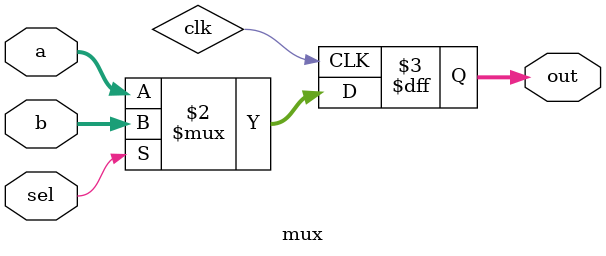
<source format=v>
module mux( 
input [4:0] a, b,
input sel,
output [4:0] out );
// When sel=0, assign a to out. 
// When sel=1, assign b to out.
always @(posedge clk)
    out <= (sel ? b : a);
endmodule

</source>
